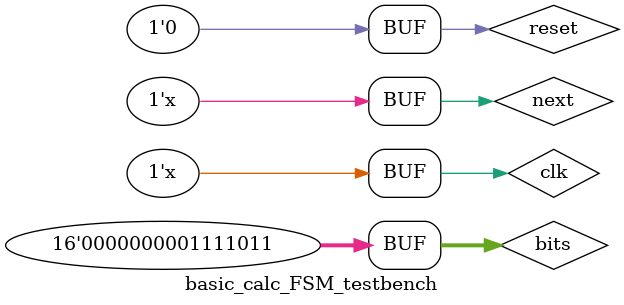
<source format=sv>
`timescale 1ns / 1ps

module basic_calc_FSM_testbench();
logic clk,reset,next,show;
logic [1:0] FSM_state;
logic [15:0] bits,result;

basic_calc_FSM dut(.clk(clk),.reset(reset),.next(next),.bits(bits),.show(show),.FSM_state(FSM_state),.result(result));

always #5 clk = ~clk;
always #15 next = ~next;

initial begin 
    clk = 0;
    reset= 0;
    next = 0;
    bits = 16'd123;
    end
    
endmodule


</source>
